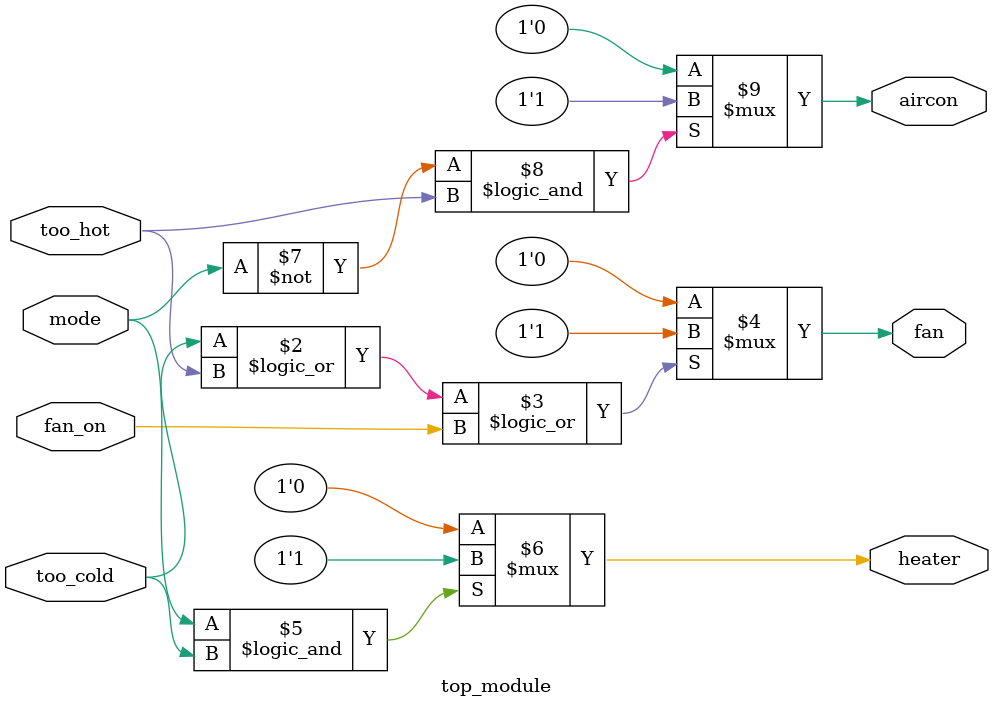
<source format=sv>
module top_module(
    input mode,
    input too_cold, 
    input too_hot,
    input fan_on,
    output reg heater,
    output reg aircon,
    output reg fan
);

always @(*) begin
    // Set the fan output
    fan = (too_cold || too_hot || fan_on) ? 1'b1 : 1'b0;

    // Set the heater output
    heater = (mode && too_cold) ? 1'b1 : 1'b0;

    // Set the aircon output
    aircon = (~mode && too_hot) ? 1'b1 : 1'b0;
end

endmodule

</source>
